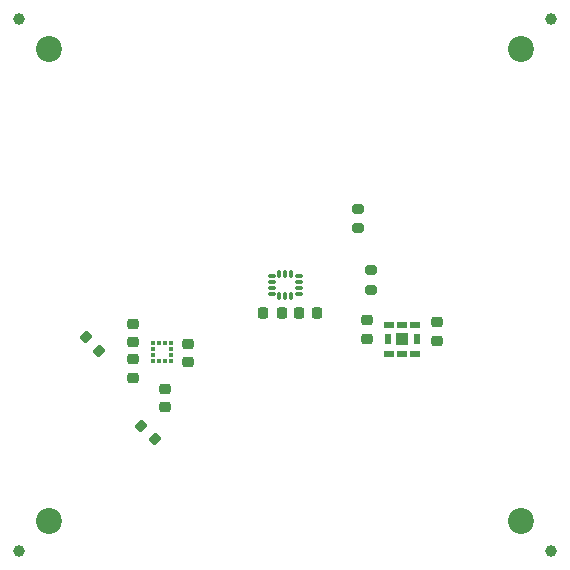
<source format=gts>
G04 #@! TF.GenerationSoftware,KiCad,Pcbnew,8.0.1*
G04 #@! TF.CreationDate,2025-02-17T15:23:15+05:00*
G04 #@! TF.ProjectId,Sensors,53656e73-6f72-4732-9e6b-696361645f70,rev?*
G04 #@! TF.SameCoordinates,Original*
G04 #@! TF.FileFunction,Soldermask,Top*
G04 #@! TF.FilePolarity,Negative*
%FSLAX46Y46*%
G04 Gerber Fmt 4.6, Leading zero omitted, Abs format (unit mm)*
G04 Created by KiCad (PCBNEW 8.0.1) date 2025-02-17 15:23:15*
%MOMM*%
%LPD*%
G01*
G04 APERTURE LIST*
G04 Aperture macros list*
%AMRoundRect*
0 Rectangle with rounded corners*
0 $1 Rounding radius*
0 $2 $3 $4 $5 $6 $7 $8 $9 X,Y pos of 4 corners*
0 Add a 4 corners polygon primitive as box body*
4,1,4,$2,$3,$4,$5,$6,$7,$8,$9,$2,$3,0*
0 Add four circle primitives for the rounded corners*
1,1,$1+$1,$2,$3*
1,1,$1+$1,$4,$5*
1,1,$1+$1,$6,$7*
1,1,$1+$1,$8,$9*
0 Add four rect primitives between the rounded corners*
20,1,$1+$1,$2,$3,$4,$5,0*
20,1,$1+$1,$4,$5,$6,$7,0*
20,1,$1+$1,$6,$7,$8,$9,0*
20,1,$1+$1,$8,$9,$2,$3,0*%
G04 Aperture macros list end*
%ADD10RoundRect,0.225000X0.250000X-0.225000X0.250000X0.225000X-0.250000X0.225000X-0.250000X-0.225000X0*%
%ADD11RoundRect,0.200000X-0.335876X-0.053033X-0.053033X-0.335876X0.335876X0.053033X0.053033X0.335876X0*%
%ADD12RoundRect,0.225000X0.225000X0.250000X-0.225000X0.250000X-0.225000X-0.250000X0.225000X-0.250000X0*%
%ADD13RoundRect,0.200000X0.335876X0.053033X0.053033X0.335876X-0.335876X-0.053033X-0.053033X-0.335876X0*%
%ADD14R,0.375000X0.350000*%
%ADD15R,0.350000X0.375000*%
%ADD16RoundRect,0.200000X-0.275000X0.200000X-0.275000X-0.200000X0.275000X-0.200000X0.275000X0.200000X0*%
%ADD17R,0.838200X0.609600*%
%ADD18R,0.609600X0.838200*%
%ADD19R,1.066800X1.066800*%
%ADD20C,1.000000*%
%ADD21RoundRect,0.087500X-0.225000X-0.087500X0.225000X-0.087500X0.225000X0.087500X-0.225000X0.087500X0*%
%ADD22RoundRect,0.087500X-0.087500X-0.225000X0.087500X-0.225000X0.087500X0.225000X-0.087500X0.225000X0*%
%ADD23RoundRect,0.225000X-0.250000X0.225000X-0.250000X-0.225000X0.250000X-0.225000X0.250000X0.225000X0*%
%ADD24C,2.200000*%
%ADD25RoundRect,0.200000X0.275000X-0.200000X0.275000X0.200000X-0.275000X0.200000X-0.275000X-0.200000X0*%
G04 APERTURE END LIST*
D10*
X185975000Y-111875000D03*
X185975000Y-110325000D03*
D11*
X156216637Y-111566637D03*
X157383363Y-112733363D03*
D12*
X172825000Y-109550000D03*
X171275000Y-109550000D03*
D10*
X180075000Y-111725000D03*
X180075000Y-110175000D03*
D13*
X162058363Y-120233363D03*
X160891637Y-119066637D03*
D12*
X175825000Y-109575000D03*
X174275000Y-109575000D03*
D14*
X161900000Y-112100000D03*
X161900000Y-112600000D03*
X161900000Y-113100000D03*
X161900000Y-113600000D03*
D15*
X162412500Y-113612500D03*
X162912500Y-113612500D03*
D14*
X163425000Y-113600000D03*
X163425000Y-113100000D03*
X163425000Y-112600000D03*
X163425000Y-112100000D03*
D15*
X162912500Y-112087500D03*
X162412500Y-112087500D03*
D16*
X179275000Y-100725000D03*
X179275000Y-102375000D03*
D17*
X181925000Y-112994200D03*
X183025000Y-112994201D03*
X184125000Y-112994200D03*
D18*
X184244201Y-111775000D03*
D17*
X184125000Y-110555800D03*
X183025000Y-110555799D03*
X181925000Y-110555800D03*
D18*
X181805799Y-111775000D03*
D19*
X183025000Y-111775000D03*
D10*
X160275000Y-115025000D03*
X160275000Y-113475000D03*
D20*
X195625000Y-129650000D03*
D21*
X171962500Y-106400000D03*
X171962500Y-106900000D03*
X171962500Y-107400000D03*
X171962500Y-107900000D03*
D22*
X172625000Y-108062500D03*
X173125000Y-108062500D03*
X173625000Y-108062500D03*
D21*
X174287500Y-107900000D03*
X174287500Y-107400000D03*
X174287500Y-106900000D03*
X174287500Y-106400000D03*
D22*
X173625000Y-106237500D03*
X173125000Y-106237500D03*
X172625000Y-106237500D03*
D20*
X150625000Y-129650000D03*
D23*
X164850000Y-112150000D03*
X164850000Y-113700000D03*
D24*
X153100000Y-87225000D03*
X193125000Y-127150000D03*
X153125000Y-127150000D03*
X193125000Y-87150000D03*
D25*
X180375000Y-107575000D03*
X180375000Y-105925000D03*
D23*
X160250000Y-110475000D03*
X160250000Y-112025000D03*
D20*
X150625000Y-84650000D03*
X195625000Y-84650000D03*
D23*
X162975000Y-115975000D03*
X162975000Y-117525000D03*
M02*

</source>
